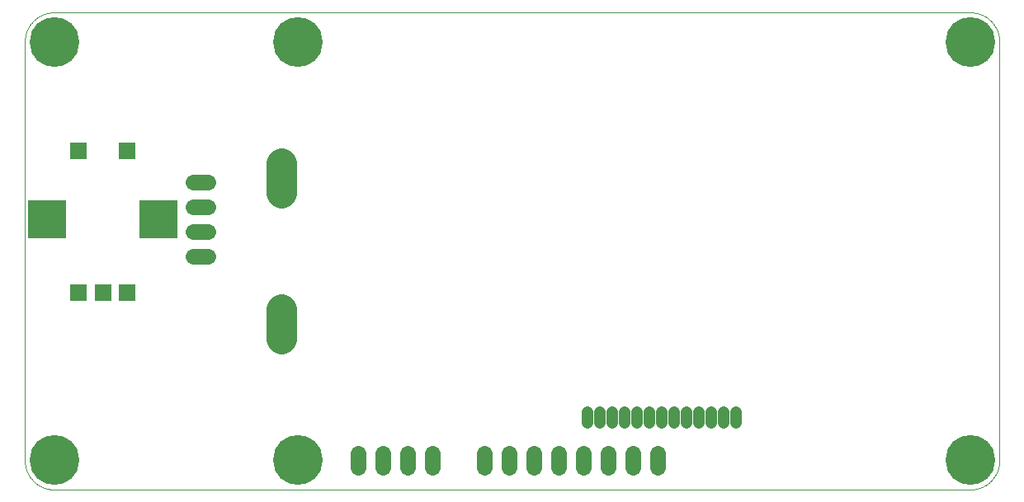
<source format=gbs>
G75*
%MOIN*%
%OFA0B0*%
%FSLAX25Y25*%
%IPPOS*%
%LPD*%
%AMOC8*
5,1,8,0,0,1.08239X$1,22.5*
%
%ADD10C,0.00394*%
%ADD11C,0.04762*%
%ADD12C,0.12211*%
%ADD13R,0.07093X0.07093*%
%ADD14R,0.15361X0.15361*%
%ADD15C,0.06337*%
%ADD16C,0.20085*%
D10*
X0027595Y0013833D02*
X0027595Y0183125D01*
X0027598Y0183410D01*
X0027609Y0183696D01*
X0027626Y0183981D01*
X0027650Y0184265D01*
X0027681Y0184549D01*
X0027719Y0184832D01*
X0027764Y0185113D01*
X0027815Y0185394D01*
X0027873Y0185674D01*
X0027938Y0185952D01*
X0028010Y0186228D01*
X0028088Y0186502D01*
X0028173Y0186775D01*
X0028265Y0187045D01*
X0028363Y0187313D01*
X0028467Y0187579D01*
X0028578Y0187842D01*
X0028695Y0188102D01*
X0028818Y0188360D01*
X0028948Y0188614D01*
X0029084Y0188865D01*
X0029225Y0189113D01*
X0029373Y0189357D01*
X0029526Y0189598D01*
X0029686Y0189834D01*
X0029851Y0190067D01*
X0030021Y0190296D01*
X0030197Y0190521D01*
X0030379Y0190741D01*
X0030565Y0190957D01*
X0030757Y0191168D01*
X0030954Y0191375D01*
X0031156Y0191577D01*
X0031363Y0191774D01*
X0031574Y0191966D01*
X0031790Y0192152D01*
X0032010Y0192334D01*
X0032235Y0192510D01*
X0032464Y0192680D01*
X0032697Y0192845D01*
X0032933Y0193005D01*
X0033174Y0193158D01*
X0033418Y0193306D01*
X0033666Y0193447D01*
X0033917Y0193583D01*
X0034171Y0193713D01*
X0034429Y0193836D01*
X0034689Y0193953D01*
X0034952Y0194064D01*
X0035218Y0194168D01*
X0035486Y0194266D01*
X0035756Y0194358D01*
X0036029Y0194443D01*
X0036303Y0194521D01*
X0036579Y0194593D01*
X0036857Y0194658D01*
X0037137Y0194716D01*
X0037418Y0194767D01*
X0037699Y0194812D01*
X0037982Y0194850D01*
X0038266Y0194881D01*
X0038550Y0194905D01*
X0038835Y0194922D01*
X0039121Y0194933D01*
X0039406Y0194936D01*
X0409485Y0194936D01*
X0409770Y0194933D01*
X0410056Y0194922D01*
X0410341Y0194905D01*
X0410625Y0194881D01*
X0410909Y0194850D01*
X0411192Y0194812D01*
X0411473Y0194767D01*
X0411754Y0194716D01*
X0412034Y0194658D01*
X0412312Y0194593D01*
X0412588Y0194521D01*
X0412862Y0194443D01*
X0413135Y0194358D01*
X0413405Y0194266D01*
X0413673Y0194168D01*
X0413939Y0194064D01*
X0414202Y0193953D01*
X0414462Y0193836D01*
X0414720Y0193713D01*
X0414974Y0193583D01*
X0415225Y0193447D01*
X0415473Y0193306D01*
X0415717Y0193158D01*
X0415958Y0193005D01*
X0416194Y0192845D01*
X0416427Y0192680D01*
X0416656Y0192510D01*
X0416881Y0192334D01*
X0417101Y0192152D01*
X0417317Y0191966D01*
X0417528Y0191774D01*
X0417735Y0191577D01*
X0417937Y0191375D01*
X0418134Y0191168D01*
X0418326Y0190957D01*
X0418512Y0190741D01*
X0418694Y0190521D01*
X0418870Y0190296D01*
X0419040Y0190067D01*
X0419205Y0189834D01*
X0419365Y0189598D01*
X0419518Y0189357D01*
X0419666Y0189113D01*
X0419807Y0188865D01*
X0419943Y0188614D01*
X0420073Y0188360D01*
X0420196Y0188102D01*
X0420313Y0187842D01*
X0420424Y0187579D01*
X0420528Y0187313D01*
X0420626Y0187045D01*
X0420718Y0186775D01*
X0420803Y0186502D01*
X0420881Y0186228D01*
X0420953Y0185952D01*
X0421018Y0185674D01*
X0421076Y0185394D01*
X0421127Y0185113D01*
X0421172Y0184832D01*
X0421210Y0184549D01*
X0421241Y0184265D01*
X0421265Y0183981D01*
X0421282Y0183696D01*
X0421293Y0183410D01*
X0421296Y0183125D01*
X0421296Y0013833D01*
X0421293Y0013548D01*
X0421282Y0013262D01*
X0421265Y0012977D01*
X0421241Y0012693D01*
X0421210Y0012409D01*
X0421172Y0012126D01*
X0421127Y0011845D01*
X0421076Y0011564D01*
X0421018Y0011284D01*
X0420953Y0011006D01*
X0420881Y0010730D01*
X0420803Y0010456D01*
X0420718Y0010183D01*
X0420626Y0009913D01*
X0420528Y0009645D01*
X0420424Y0009379D01*
X0420313Y0009116D01*
X0420196Y0008856D01*
X0420073Y0008598D01*
X0419943Y0008344D01*
X0419807Y0008093D01*
X0419666Y0007845D01*
X0419518Y0007601D01*
X0419365Y0007360D01*
X0419205Y0007124D01*
X0419040Y0006891D01*
X0418870Y0006662D01*
X0418694Y0006437D01*
X0418512Y0006217D01*
X0418326Y0006001D01*
X0418134Y0005790D01*
X0417937Y0005583D01*
X0417735Y0005381D01*
X0417528Y0005184D01*
X0417317Y0004992D01*
X0417101Y0004806D01*
X0416881Y0004624D01*
X0416656Y0004448D01*
X0416427Y0004278D01*
X0416194Y0004113D01*
X0415958Y0003953D01*
X0415717Y0003800D01*
X0415473Y0003652D01*
X0415225Y0003511D01*
X0414974Y0003375D01*
X0414720Y0003245D01*
X0414462Y0003122D01*
X0414202Y0003005D01*
X0413939Y0002894D01*
X0413673Y0002790D01*
X0413405Y0002692D01*
X0413135Y0002600D01*
X0412862Y0002515D01*
X0412588Y0002437D01*
X0412312Y0002365D01*
X0412034Y0002300D01*
X0411754Y0002242D01*
X0411473Y0002191D01*
X0411192Y0002146D01*
X0410909Y0002108D01*
X0410625Y0002077D01*
X0410341Y0002053D01*
X0410056Y0002036D01*
X0409770Y0002025D01*
X0409485Y0002022D01*
X0039406Y0002022D01*
X0039121Y0002025D01*
X0038835Y0002036D01*
X0038550Y0002053D01*
X0038266Y0002077D01*
X0037982Y0002108D01*
X0037699Y0002146D01*
X0037418Y0002191D01*
X0037137Y0002242D01*
X0036857Y0002300D01*
X0036579Y0002365D01*
X0036303Y0002437D01*
X0036029Y0002515D01*
X0035756Y0002600D01*
X0035486Y0002692D01*
X0035218Y0002790D01*
X0034952Y0002894D01*
X0034689Y0003005D01*
X0034429Y0003122D01*
X0034171Y0003245D01*
X0033917Y0003375D01*
X0033666Y0003511D01*
X0033418Y0003652D01*
X0033174Y0003800D01*
X0032933Y0003953D01*
X0032697Y0004113D01*
X0032464Y0004278D01*
X0032235Y0004448D01*
X0032010Y0004624D01*
X0031790Y0004806D01*
X0031574Y0004992D01*
X0031363Y0005184D01*
X0031156Y0005381D01*
X0030954Y0005583D01*
X0030757Y0005790D01*
X0030565Y0006001D01*
X0030379Y0006217D01*
X0030197Y0006437D01*
X0030021Y0006662D01*
X0029851Y0006891D01*
X0029686Y0007124D01*
X0029526Y0007360D01*
X0029373Y0007601D01*
X0029225Y0007845D01*
X0029084Y0008093D01*
X0028948Y0008344D01*
X0028818Y0008598D01*
X0028695Y0008856D01*
X0028578Y0009116D01*
X0028467Y0009379D01*
X0028363Y0009645D01*
X0028265Y0009913D01*
X0028173Y0010183D01*
X0028088Y0010456D01*
X0028010Y0010730D01*
X0027938Y0011006D01*
X0027873Y0011284D01*
X0027815Y0011564D01*
X0027764Y0011845D01*
X0027719Y0012126D01*
X0027681Y0012409D01*
X0027650Y0012693D01*
X0027626Y0012977D01*
X0027609Y0013262D01*
X0027598Y0013548D01*
X0027595Y0013833D01*
D11*
X0254879Y0028975D02*
X0254879Y0033337D01*
X0259879Y0033337D02*
X0259879Y0028975D01*
X0264879Y0028975D02*
X0264879Y0033337D01*
X0269879Y0033337D02*
X0269879Y0028975D01*
X0274879Y0028975D02*
X0274879Y0033337D01*
X0279879Y0033337D02*
X0279879Y0028975D01*
X0284879Y0028975D02*
X0284879Y0033337D01*
X0289879Y0033337D02*
X0289879Y0028975D01*
X0294879Y0028975D02*
X0294879Y0033337D01*
X0299879Y0033337D02*
X0299879Y0028975D01*
X0304879Y0028975D02*
X0304879Y0033337D01*
X0309879Y0033337D02*
X0309879Y0028975D01*
X0314879Y0028975D02*
X0314879Y0033337D01*
D12*
X0131335Y0063046D02*
X0131335Y0074857D01*
X0131335Y0122101D02*
X0131335Y0133912D01*
D13*
X0068934Y0138833D03*
X0049249Y0138833D03*
X0049249Y0081747D03*
X0059091Y0081747D03*
X0068934Y0081747D03*
D14*
X0081532Y0111274D03*
X0036650Y0111274D03*
D15*
X0095493Y0106274D02*
X0101430Y0106274D01*
X0101430Y0096274D02*
X0095493Y0096274D01*
X0095493Y0116274D02*
X0101430Y0116274D01*
X0101430Y0126274D02*
X0095493Y0126274D01*
X0162201Y0016802D02*
X0162201Y0010865D01*
X0172201Y0010865D02*
X0172201Y0016802D01*
X0182201Y0016802D02*
X0182201Y0010865D01*
X0192201Y0010865D02*
X0192201Y0016802D01*
X0213068Y0016802D02*
X0213068Y0010865D01*
X0223068Y0010865D02*
X0223068Y0016802D01*
X0233068Y0016802D02*
X0233068Y0010865D01*
X0243068Y0010865D02*
X0243068Y0016802D01*
X0253068Y0016802D02*
X0253068Y0010865D01*
X0263068Y0010865D02*
X0263068Y0016802D01*
X0273068Y0016802D02*
X0273068Y0010865D01*
X0283068Y0010865D02*
X0283068Y0016802D01*
D16*
X0409485Y0013833D03*
X0137831Y0013833D03*
X0039406Y0013833D03*
X0039406Y0183125D03*
X0137831Y0183125D03*
X0409485Y0183125D03*
M02*

</source>
